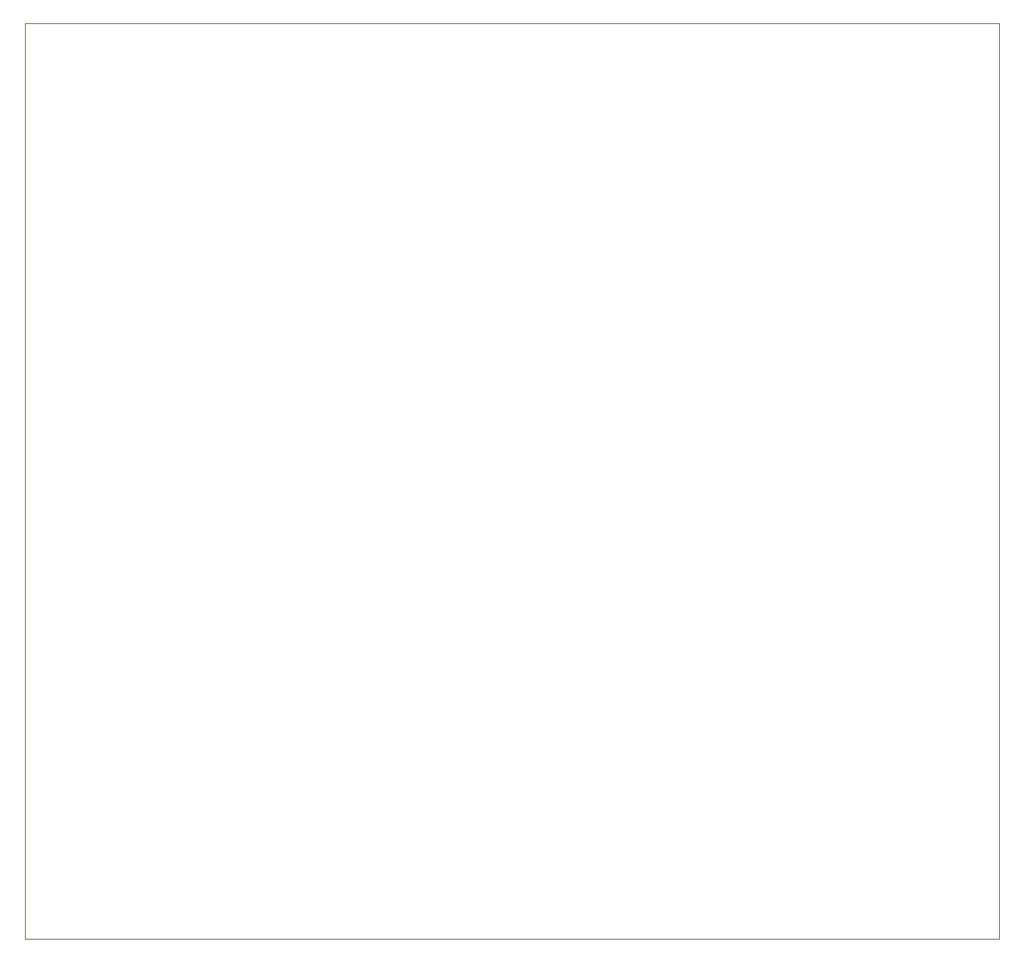
<source format=gbr>
G04 #@! TF.GenerationSoftware,KiCad,Pcbnew,(5.1.2)-2*
G04 #@! TF.CreationDate,2020-11-23T21:19:52+02:00*
G04 #@! TF.ProjectId,ESP_mesh_module,4553505f-6d65-4736-985f-6d6f64756c65,rev?*
G04 #@! TF.SameCoordinates,Original*
G04 #@! TF.FileFunction,Profile,NP*
%FSLAX46Y46*%
G04 Gerber Fmt 4.6, Leading zero omitted, Abs format (unit mm)*
G04 Created by KiCad (PCBNEW (5.1.2)-2) date 2020-11-23 21:19:52*
%MOMM*%
%LPD*%
G04 APERTURE LIST*
%ADD10C,0.050000*%
G04 APERTURE END LIST*
D10*
X125000000Y-57830000D02*
X220890000Y-57830000D01*
X220890000Y-148000000D02*
X220890000Y-57830000D01*
X125000000Y-148000000D02*
X125000000Y-57830000D01*
X125000000Y-148000000D02*
X220890000Y-148000000D01*
M02*

</source>
